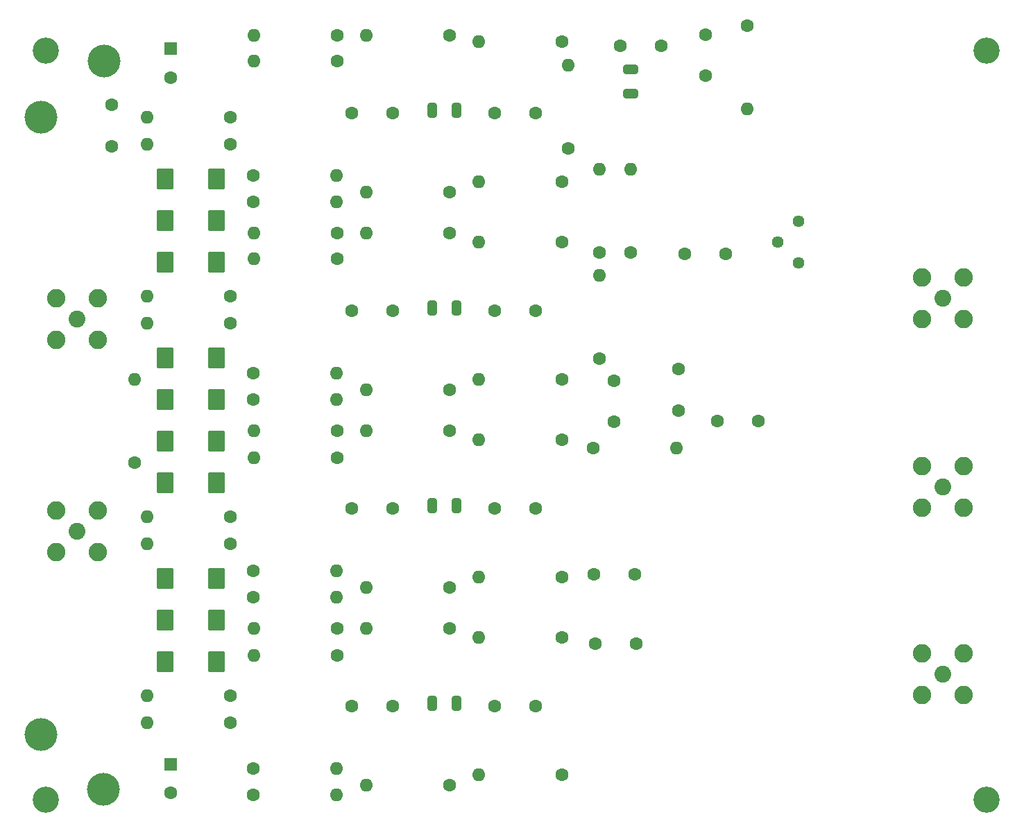
<source format=gbr>
G04 #@! TF.GenerationSoftware,KiCad,Pcbnew,7.0.1*
G04 #@! TF.CreationDate,2023-05-03T08:50:33+02:00*
G04 #@! TF.ProjectId,main,6d61696e-2e6b-4696-9361-645f70636258,rev?*
G04 #@! TF.SameCoordinates,Original*
G04 #@! TF.FileFunction,Soldermask,Bot*
G04 #@! TF.FilePolarity,Negative*
%FSLAX46Y46*%
G04 Gerber Fmt 4.6, Leading zero omitted, Abs format (unit mm)*
G04 Created by KiCad (PCBNEW 7.0.1) date 2023-05-03 08:50:33*
%MOMM*%
%LPD*%
G01*
G04 APERTURE LIST*
G04 Aperture macros list*
%AMRoundRect*
0 Rectangle with rounded corners*
0 $1 Rounding radius*
0 $2 $3 $4 $5 $6 $7 $8 $9 X,Y pos of 4 corners*
0 Add a 4 corners polygon primitive as box body*
4,1,4,$2,$3,$4,$5,$6,$7,$8,$9,$2,$3,0*
0 Add four circle primitives for the rounded corners*
1,1,$1+$1,$2,$3*
1,1,$1+$1,$4,$5*
1,1,$1+$1,$6,$7*
1,1,$1+$1,$8,$9*
0 Add four rect primitives between the rounded corners*
20,1,$1+$1,$2,$3,$4,$5,0*
20,1,$1+$1,$4,$5,$6,$7,0*
20,1,$1+$1,$6,$7,$8,$9,0*
20,1,$1+$1,$8,$9,$2,$3,0*%
G04 Aperture macros list end*
%ADD10C,1.440000*%
%ADD11C,4.000000*%
%ADD12C,3.200000*%
%ADD13C,1.600000*%
%ADD14O,1.600000X1.600000*%
%ADD15C,2.050000*%
%ADD16C,2.250000*%
%ADD17R,1.600000X1.600000*%
%ADD18RoundRect,0.250000X-0.787500X-1.025000X0.787500X-1.025000X0.787500X1.025000X-0.787500X1.025000X0*%
%ADD19RoundRect,0.250000X-0.325000X-0.650000X0.325000X-0.650000X0.325000X0.650000X-0.325000X0.650000X0*%
%ADD20RoundRect,0.250000X0.650000X-0.325000X0.650000X0.325000X-0.650000X0.325000X-0.650000X-0.325000X0*%
G04 APERTURE END LIST*
D10*
X117028000Y-75988000D03*
X114488000Y-73448000D03*
X117028000Y-70908000D03*
D11*
X32319000Y-51350000D03*
D12*
X140015000Y-141520000D03*
D13*
X92009000Y-98594000D03*
D14*
X102169000Y-98594000D03*
D12*
X25207000Y-141520000D03*
D15*
X134681000Y-80306000D03*
D16*
X132141000Y-77766000D03*
X132141000Y-82846000D03*
X137221000Y-77766000D03*
X137221000Y-82846000D03*
D15*
X29017000Y-82846000D03*
D16*
X26477000Y-80306000D03*
X26477000Y-85386000D03*
X31557000Y-80306000D03*
X31557000Y-85386000D03*
D15*
X29017000Y-108754000D03*
D16*
X26477000Y-106214000D03*
X26477000Y-111294000D03*
X31557000Y-106214000D03*
X31557000Y-111294000D03*
D11*
X32192000Y-140250000D03*
X24572000Y-58208000D03*
X24572000Y-133519000D03*
D15*
X134681000Y-103293000D03*
D16*
X132141000Y-100753000D03*
X132141000Y-105833000D03*
X137221000Y-100753000D03*
X137221000Y-105833000D03*
D15*
X134681000Y-126153000D03*
D16*
X132141000Y-123613000D03*
X132141000Y-128693000D03*
X137221000Y-123613000D03*
X137221000Y-128693000D03*
D13*
X97216000Y-122470000D03*
X92216000Y-122470000D03*
X97089000Y-113961000D03*
X92089000Y-113961000D03*
X67498000Y-57700000D03*
X62498000Y-57700000D03*
X79944000Y-57700000D03*
X84944000Y-57700000D03*
X33208000Y-56684000D03*
X33208000Y-61684000D03*
X95311000Y-49445000D03*
X100311000Y-49445000D03*
X105725000Y-53128000D03*
X105725000Y-48128000D03*
X102423000Y-88942000D03*
X102423000Y-93942000D03*
X103185000Y-74845000D03*
X108185000Y-74845000D03*
X94549000Y-95339000D03*
X94549000Y-90339000D03*
X112122000Y-95292000D03*
X107122000Y-95292000D03*
X67498000Y-81830000D03*
X62498000Y-81830000D03*
X79944000Y-81830000D03*
X84944000Y-81830000D03*
X67498000Y-105960000D03*
X62498000Y-105960000D03*
X79944000Y-105960000D03*
X84944000Y-105960000D03*
X67498000Y-130090000D03*
X62498000Y-130090000D03*
X79944000Y-130090000D03*
X84944000Y-130090000D03*
D17*
X40447000Y-49826000D03*
D13*
X40447000Y-53326000D03*
D17*
X40447000Y-137131000D03*
D13*
X40447000Y-140631000D03*
X88199000Y-48908000D03*
D14*
X78039000Y-48908000D03*
D13*
X88199000Y-66082000D03*
D14*
X78039000Y-66082000D03*
D13*
X47686000Y-58208000D03*
D14*
X37526000Y-58208000D03*
D13*
X47686000Y-61510000D03*
D14*
X37526000Y-61510000D03*
D13*
X60767000Y-51350000D03*
D14*
X50607000Y-51350000D03*
D13*
X50480000Y-65320000D03*
D14*
X60640000Y-65320000D03*
D13*
X60767000Y-48175000D03*
D14*
X50607000Y-48175000D03*
D13*
X74483000Y-48175000D03*
D14*
X64323000Y-48175000D03*
D13*
X74483000Y-67352000D03*
D14*
X64323000Y-67352000D03*
D13*
X50480000Y-68495000D03*
D14*
X60640000Y-68495000D03*
D13*
X36002000Y-100372000D03*
D14*
X36002000Y-90212000D03*
D13*
X88961000Y-62018000D03*
D14*
X88961000Y-51858000D03*
D13*
X110805000Y-47032000D03*
D14*
X110805000Y-57192000D03*
D13*
X96581000Y-74718000D03*
D14*
X96581000Y-64558000D03*
D13*
X92771000Y-74718000D03*
D14*
X92771000Y-64558000D03*
D13*
X92771000Y-87672000D03*
D14*
X92771000Y-77512000D03*
D13*
X47686000Y-80052000D03*
D14*
X37526000Y-80052000D03*
D13*
X47686000Y-83354000D03*
D14*
X37526000Y-83354000D03*
D13*
X60767000Y-75480000D03*
D14*
X50607000Y-75480000D03*
D13*
X50480000Y-89450000D03*
D14*
X60640000Y-89450000D03*
D13*
X60767000Y-72305000D03*
D14*
X50607000Y-72305000D03*
D13*
X74483000Y-72305000D03*
D14*
X64323000Y-72305000D03*
D13*
X74483000Y-91482000D03*
D14*
X64323000Y-91482000D03*
D13*
X50480000Y-92625000D03*
D14*
X60640000Y-92625000D03*
D13*
X88199000Y-73448000D03*
D14*
X78039000Y-73448000D03*
D13*
X88199000Y-90212000D03*
D14*
X78039000Y-90212000D03*
D13*
X88199000Y-97578000D03*
D14*
X78039000Y-97578000D03*
D13*
X88199000Y-114342000D03*
D14*
X78039000Y-114342000D03*
D13*
X47686000Y-106976000D03*
D14*
X37526000Y-106976000D03*
D13*
X47686000Y-110278000D03*
D14*
X37526000Y-110278000D03*
D13*
X60767000Y-99737000D03*
D14*
X50607000Y-99737000D03*
D13*
X50480000Y-113580000D03*
D14*
X60640000Y-113580000D03*
D13*
X60767000Y-96435000D03*
D14*
X50607000Y-96435000D03*
D13*
X74483000Y-96435000D03*
D14*
X64323000Y-96435000D03*
D13*
X74483000Y-115612000D03*
D14*
X64323000Y-115612000D03*
D13*
X50480000Y-116755000D03*
D14*
X60640000Y-116755000D03*
D13*
X88199000Y-121708000D03*
D14*
X78039000Y-121708000D03*
D13*
X88199000Y-138472000D03*
D14*
X78039000Y-138472000D03*
D13*
X47686000Y-128820000D03*
D14*
X37526000Y-128820000D03*
D13*
X47686000Y-132122000D03*
D14*
X37526000Y-132122000D03*
D13*
X60767000Y-123867000D03*
D14*
X50607000Y-123867000D03*
D13*
X50480000Y-137710000D03*
D14*
X60640000Y-137710000D03*
D13*
X60767000Y-120565000D03*
D14*
X50607000Y-120565000D03*
D13*
X74483000Y-120565000D03*
D14*
X64323000Y-120565000D03*
D13*
X74483000Y-139742000D03*
D14*
X64323000Y-139742000D03*
D13*
X50480000Y-140885000D03*
D14*
X60640000Y-140885000D03*
D12*
X140015000Y-50080000D03*
X25207000Y-50080000D03*
D18*
X39747500Y-65701000D03*
X45972500Y-65701000D03*
X39747500Y-70781000D03*
X45972500Y-70781000D03*
X39747500Y-75861000D03*
X45972500Y-75861000D03*
X39747500Y-87545000D03*
X45972500Y-87545000D03*
X39747500Y-92625000D03*
X45972500Y-92625000D03*
X39747500Y-97705000D03*
X45972500Y-97705000D03*
X39747500Y-102785000D03*
X45972500Y-102785000D03*
X39747500Y-114469000D03*
X45972500Y-114469000D03*
X39747500Y-119549000D03*
X45972500Y-119549000D03*
X39747500Y-124629000D03*
X45972500Y-124629000D03*
D19*
X72349000Y-57319000D03*
X75299000Y-57319000D03*
D20*
X96581000Y-55262000D03*
X96581000Y-52312000D03*
D19*
X72349000Y-81449000D03*
X75299000Y-81449000D03*
X72349000Y-105579000D03*
X75299000Y-105579000D03*
X72349000Y-129709000D03*
X75299000Y-129709000D03*
M02*

</source>
